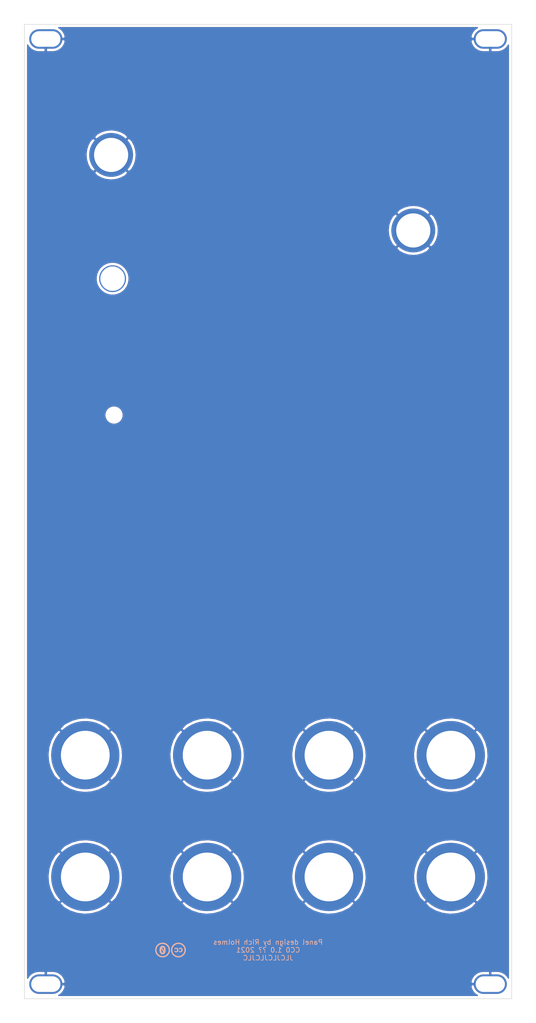
<source format=kicad_pcb>
(kicad_pcb (version 20211014) (generator pcbnew)
  (layers (0 "F.Cu" signal) (31 "B.Cu" signal) (34 "B.Paste" user) (35 "F.Paste" user) (36 "B.SilkS" user "B.Silkscreen") (37 "F.SilkS" user "F.Silkscreen") (38 "B.Mask" user) (39 "F.Mask" user) (44 "Edge.Cuts" user))
  (net 0 "")
  (net 1 "GND")
  (footprint "Kosmo_panel:Kosmo_Panel_Dual_Slotted_Mounting_Holes" (layer "F.Cu") (at 113.1 10.6 180)
    (fp_text reference "H14" hide)
    (fp_text value "Panel")
    (pad "1" thru_hole oval locked (at 1.4 0 180) (size 6.8 4) (drill oval 6 3.2) (layers *.Cu *.Mask) (net 1 "GND"))
    (pad "1" thru_hole oval locked (at 1.4 -194 180) (size 6.8 4) (drill oval 6 3.2) (layers *.Cu *.Mask) (net 1 "GND"))
  )
  (footprint "Kosmo_panel:Kosmo_Trimmer_Pot_Hole" (layer "F.Cu") (at 34.5 87.8)
    (fp_text reference "H12" hide)
    (fp_text value "Trimmer_Hole")
    (pad "" np_thru_hole circle locked (at 0 0) (size 2.5 2.5) (drill 2.5) (layers *.Mask "F.Cu"))
  )
  (footprint "Kosmo_panel:Kosmo_Switch_Hole" (layer "F.Cu") (at 33.9 34.4)
    (fp_text reference "H9" hide)
    (fp_text value "Switch_Hole")
    (pad "1" thru_hole circle locked (at 0 0) (size 9 9) (drill 7) (layers *.Cu *.Mask) (net 1 "GND"))
  )
  (footprint "Kosmo_panel:Kosmo_Pot_Hole" (layer "F.Cu") (at 95.9 49.9)
    (fp_text reference "H10" hide)
    (fp_text value "Pot_Hole")
    (pad "1" thru_hole circle locked (at 0 0) (size 9 9) (drill 7) (layers *.Cu *.Mask) (net 1 "GND"))
  )
  (footprint "Kosmo_panel:Kosmo_Jack_Hole" (layer "F.Cu") (at 28.6 157.6)
    (fp_text reference "H1" hide)
    (fp_text value "Jack_Hole")
    (pad "1" thru_hole circle locked (at 0 0) (size 14 14) (drill 10) (layers *.Cu *.Mask) (net 1 "GND"))
  )
  (footprint "Kosmo_panel:Kosmo_Panel_Dual_Slotted_Mounting_Holes" (layer "F.Cu") (at 19.1 204.6)
    (fp_text reference "H11" hide)
    (fp_text value "Panel")
    (pad "1" thru_hole oval locked (at 1.4 0) (size 6.8 4) (drill oval 6 3.2) (layers *.Cu *.Mask) (net 1 "GND"))
    (pad "1" thru_hole oval locked (at 1.4 -194) (size 6.8 4) (drill oval 6 3.2) (layers *.Cu *.Mask) (net 1 "GND"))
  )
  (footprint "Kosmo_panel:Kosmo_LED_Hole" (layer "F.Cu") (at 34.2 59.8)
    (fp_text reference "H13" hide)
    (fp_text value "Led_Hole")
    (pad "1" thru_hole circle locked (at 0 0) (size 5.5 5.5) (drill 5) (layers *.Cu *.Mask))
  )
  (footprint "Kosmo_panel:Kosmo_Jack_Hole" (layer "F.Cu") (at 28.6 182.6)
    (fp_text reference "H2" hide)
    (fp_text value "Jack_Hole")
    (pad "1" thru_hole circle locked (at 0 0) (size 14 14) (drill 10) (layers *.Cu *.Mask) (net 1 "GND"))
  )
  (footprint "Kosmo_panel:Kosmo_Jack_Hole" (layer "F.Cu") (at 53.6 157.6)
    (fp_text reference "H3" hide)
    (fp_text value "Jack_Hole")
    (pad "1" thru_hole circle locked (at 0 0) (size 14 14) (drill 10) (layers *.Cu *.Mask) (net 1 "GND"))
  )
  (footprint "Kosmo_panel:Kosmo_Jack_Hole" (layer "F.Cu") (at 53.6 182.6)
    (fp_text reference "H4" hide)
    (fp_text value "Jack_Hole")
    (pad "1" thru_hole circle locked (at 0 0) (size 14 14) (drill 10) (layers *.Cu *.Mask) (net 1 "GND"))
  )
  (footprint "Kosmo_panel:Kosmo_Jack_Hole" (layer "F.Cu") (at 78.6 157.6)
    (fp_text reference "H5" hide)
    (fp_text value "Jack_Hole")
    (pad "1" thru_hole circle locked (at 0 0) (size 14 14) (drill 10) (layers *.Cu *.Mask) (net 1 "GND"))
  )
  (footprint "Kosmo_panel:Kosmo_Jack_Hole" (layer "F.Cu") (at 78.6 182.6)
    (fp_text reference "H6" hide)
    (fp_text value "Jack_Hole")
    (pad "1" thru_hole circle locked (at 0 0) (size 14 14) (drill 10) (layers *.Cu *.Mask) (net 1 "GND"))
  )
  (footprint "Kosmo_panel:Kosmo_Jack_Hole" (layer "F.Cu") (at 103.6 157.6)
    (fp_text reference "H7" hide)
    (fp_text value "Jack_Hole")
    (pad "1" thru_hole circle locked (at 0 0) (size 14 14) (drill 10) (layers *.Cu *.Mask) (net 1 "GND"))
  )
  (footprint "Kosmo_panel:Kosmo_Jack_Hole" (layer "F.Cu") (at 103.6 182.6)
    (fp_text reference "H8" hide)
    (fp_text value "Jack_Hole")
    (pad "1" thru_hole circle locked (at 0 0) (size 14 14) (drill 10) (layers *.Cu *.Mask) (net 1 "GND"))
  )
  (footprint "ao_tht:CC0_logo" (layer "B.Cu") (at 46.1 197.6 180)
    (fp_text reference "GRAF3" hide)
    (fp_text value "CC0 logo" hide)
    (fp_poly (pts (xy 1.718811 0.866259) (xy 1.783433 0.858563) (xy 1.8415 0.840803) (xy 1.900438 0.814116) (xy 2.015396 0.738004) (xy 2.107653 0.63303) (xy 2.177998 0.497849) (xy 2.227221 0.331117) (xy 2.24543 0.226536) (xy 2.261732 0.072822) (xy 2.263518 -0.063482) (xy 2.250516 -0.201356) (xy 2.238221 -0.277732) (xy 2.1934 -0.451964) (xy 2.126711 -0.598191) (xy 2.039491 -0.714342) (xy 1.933076 -0.798346) (xy 1.887208 -0.821706) (xy 1.794059 -0.850276) (xy 1.681724 -0.866619) (xy 1.568671 -0.868967) (xy 1.490717 -0.859705) (xy 1.4154 -0.839781) (xy 1.353805 -0.811095) (xy 1.290906 -0.765485) (xy 1.247215 -0.727434) (xy 1.157059 -0.622255) (xy 1.089193 -0.48908) (xy 1.07861 -0.451694) (xy 1.484923 -0.451694) (xy 1.501634 -0.498731) (xy 1.545315 -0.530658) (xy 1.606292 -0.545931) (xy 1.674889 -0.543004) (xy 1.741429 -0.520334) (xy 1.774755 -0.497962) (xy 1.816901 -0.448793) (xy 1.854205 -0.382909) (xy 1.864849 -0.356308) (xy 1.88411 -0.277223) (xy 1.89875 -0.173359) (xy 1.907803 -0.058843) (xy 1.910303 0.052198) (xy 1.905284 0.145638) (xy 1.901108 0.174111) (xy 1.884973 0.260298) (xy 1.684948 -0.083738) (xy 1.624344 -0.189104) (xy 1.571119 -0.283798) (xy 1.52824 -0.362368) (xy 1.498669 -0.41936) (xy 1.485371 -0.449321) (xy 1.484923 -0.451694) (xy 1.07861 -0.451694) (xy 1.043164 -0.326483) (xy 1.01852 -0.133041) (xy 1.015195 -0.034984) (xy 1.361854 -0.034984) (xy 1.363815 -0.095716) (xy 1.365833 -0.141666) (xy 1.368582 -0.174212) (xy 1.374422 -0.190645) (xy 1.385712 -0.188254) (xy 1.404811 -0.16433) (xy 1.434079 -0.116164) (xy 1.475876 -0.041045) (xy 1.532562 0.063737) (xy 1.581079 0.153804) (xy 1.640141 0.264381) (xy 1.682165 0.346344) (xy 1.709345 0.405094) (xy 1.723875 0.446033) (xy 1.727947 0.474566) (xy 1.723754 0.496092) (xy 1.721855 0.500611) (xy 1.68592 0.536803) (xy 1.627827 0.547355) (xy 1.555436 0.531648) (xy 1.521317 0.516383) (xy 1.464215 0.465864) (xy 1.418724 0.381603) (xy 1.385837 0.267465) (xy 1.366549 0.127314) (xy 1.361854 -0.034984) (xy 1.015195 -0.034984) (xy 1.013762 0.007269) (xy 1.024688 0.220322) (xy 1.059279 0.402862) (xy 1.117786 0.555661) (xy 1.200462 0.679494) (xy 1.248508 0.728604) (xy 1.333991 0.795416) (xy 1.420481 0.837758) (xy 1.520566 0.860181) (xy 1.631461 0.867075) (xy 1.718811 0.866259)) (layer "B.SilkS") (width 0.01) (fill solid))
    (fp_poly (pts (xy 1.937449 1.488413) (xy 2.165128 1.427681) (xy 2.377239 1.336055) (xy 2.447398 1.296292) (xy 2.555932 1.219221) (xy 2.671208 1.118507) (xy 2.782641 1.004866) (xy 2.879647 0.889018) (xy 2.946112 0.791308) (xy 3.045923 0.585001) (xy 3.11415 0.364759) (xy 3.150694 0.136541) (xy 3.155457 -0.093698) (xy 3.12834 -0.32) (xy 3.069247 -0.536409) (xy 2.978077 -0.736967) (xy 2.971503 -0.748509) (xy 2.84694 -0.927855) (xy 2.691596 -1.091903) (xy 2.512465 -1.235367) (xy 2.316538 -1.352963) (xy 2.110807 -1.439403) (xy 2.023637 -1.465024) (xy 1.893912 -1.490687) (xy 1.748397 -1.507309) (xy 1.602282 -1.513928) (xy 1.470755 -1.509587) (xy 1.417299 -1.503333) (xy 1.177964 -1.446757) (xy 0.951186 -1.353934) (xy 0.741335 -1.2268) (xy 0.669682 -1.172122) (xy 0.498435 -1.00945) (xy 0.35804 -0.826151) (xy 0.249021 -0.626239) (xy 0.171902 -0.41373) (xy 0.127209 -0.192639) (xy 0.118984 -0.034606) (xy 0.380802 -0.034606) (xy 0.405936 -0.245751) (xy 0.467321 -0.45069) (xy 0.551733 -0.623249) (xy 0.614924 -0.713441) (xy 0.701005 -0.813314) (xy 0.799428 -0.912322) (xy 0.89965 -0.99992) (xy 0.991124 -1.065561) (xy 0.998443 -1.069958) (xy 1.196064 -1.164254) (xy 1.404843 -1.221992) (xy 1.620757 -1.242623) (xy 1.839786 -1.225598) (xy 1.956747 -1.200863) (xy 2.127697 -1.140458) (xy 2.297418 -1.051041) (xy 2.454712 -0.939843) (xy 2.588382 -0.814097) (xy 2.627915 -0.767478) (xy 2.745701 -0.589023) (xy 2.828533 -0.398686) (xy 2.877095 -0.20062) (xy 2.892068 0.001025) (xy 2.874137 0.202096) (xy 2.823983 0.398442) (xy 2.74229 0.585911) (xy 2.629741 0.760353) (xy 2.487017 0.917615) (xy 2.330082 1.043259) (xy 2.149405 1.143654) (xy 1.952948 1.211144) (xy 1.746545 1.245378) (xy 1.536028 1.246007) (xy 1.327231 1.212681) (xy 1.125987 1.14505) (xy 1.069661 1.118866) (xy 0.925853 1.029542) (xy 0.786385 0.909758) (xy 0.658542 0.768022) (xy 0.54961 0.61284) (xy 0.466877 0.452718) (xy 0.441544 0.385589) (xy 0.392483 0.177567) (xy 0.380802 -0.034606) (xy 0.118984 -0.034606) (xy 0.115464 0.033018) (xy 0.137192 0.259228) (xy 0.192918 0.481975) (xy 0.283167 0.697244) (xy 0.400416 0.889849) (xy 0.528616 1.042922) (xy 0.682877 1.183446) (xy 0.854449 1.305304) (xy 1.034582 1.402374) (xy 1.214524 1.46854) (xy 1.236086 1.474212) (xy 1.465421 1.512781) (xy 1.701711 1.517147) (xy 1.937449 1.488413)) (layer "B.SilkS") (width 0.01) (fill solid))
    (fp_poly (pts (xy -1.885462 0.447357) (xy -1.80796 0.416229) (xy -1.734173 0.37) (xy -1.677964 0.318156) (xy -1.661191 0.293865) (xy -1.654405 0.269539) (xy -1.668257 0.247419) (xy -1.709064 0.219701) (xy -1.731679 0.206789) (xy -1.821809 0.156415) (xy -1.888507 0.214977) (xy -1.960737 0.261481) (xy -2.032889 0.270561) (xy -2.108372 0.245153) (xy -2.162338 0.200425) (xy -2.19441 0.131222) (xy -2.205949 0.03361) (xy -2.20416 -0.031687) (xy -2.197588 -0.10471) (xy -2.185977 -0.152001) (xy -2.164231 -0.186901) (xy -2.133179 -0.217499) (xy -2.057933 -0.264544) (xy -1.981404 -0.272549) (xy -1.903904 -0.241518) (xy -1.867775 -0.213928) (xy -1.799883 -0.154317) (xy -1.720557 -0.194786) (xy -1.673096 -0.222496) (xy -1.644755 -0.245796) (xy -1.641231 -0.252736) (xy -1.654834 -0.274078) (xy -1.690081 -0.311448) (xy -1.727998 -0.346592) (xy -1.841914 -0.423137) (xy -1.965441 -0.462801) (xy -2.094244 -0.464942) (xy -2.223988 -0.428916) (xy -2.238695 -0.422334) (xy -2.345027 -0.354034) (xy -2.420464 -0.262318) (xy -2.465242 -0.146736) (xy -2.479597 -0.006835) (xy -2.478269 0.035499) (xy -2.468911 0.125283) (xy -2.449251 0.195064) (xy -2.413931 0.263602) (xy -2.412411 0.266102) (xy -2.33328 0.360131) (xy -2.230981 0.425953) (xy -2.111332 0.461567) (xy -1.980151 0.46497) (xy -1.885462 0.447357)) (layer "B.SilkS") (width 0.01) (fill solid))
    (fp_poly (pts (xy -1.01024 0.448053) (xy -0.908378 0.40803) (xy -0.825953 0.349289) (xy -0.779557 0.289126) (xy -0.775227 0.265623) (xy -0.793686 0.241428) (xy -0.840859 0.209511) (xy -0.852388 0.202677) (xy -0.906758 0.17294) (xy -0.938765 0.163009) (xy -0.958361 0.17072) (xy -0.964922 0.178217) (xy -1.013678 0.224964) (xy -1.073913 0.260146) (xy -1.12689 0.273539) (xy -1.208245 0.256466) (xy -1.27031 0.207135) (xy -1.310986 0.128382) (xy -1.328177 0.023042) (xy -1.328616 0.000962) (xy -1.315565 -0.10452) (xy -1.279697 -0.187197) (xy -1.225937 -0.243996) (xy -1.159213 -0.271845) (xy -1.084451 -0.267673) (xy -1.006578 -0.228406) (xy -0.986663 -0.212275) (xy -0.916888 -0.151013) (xy -0.839444 -0.185935) (xy -0.79209 -0.212301) (xy -0.764706 -0.237249) (xy -0.762 -0.244709) (xy -0.777365 -0.276272) (xy -0.817095 -0.319399) (xy -0.871639 -0.366241) (xy -0.931448 -0.408947) (xy -0.986973 -0.43967) (xy -1.00907 -0.447792) (xy -1.148419 -0.468493) (xy -1.280352 -0.450937) (xy -1.363723 -0.418395) (xy -1.467214 -0.346141) (xy -1.542881 -0.248191) (xy -1.588536 -0.128345) (xy -1.602154 -0.004694) (xy -1.585124 0.126514) (xy -1.536905 0.245772) (xy -1.4618 0.345922) (xy -1.364117 0.419804) (xy -1.339475 0.432072) (xy -1.235087 0.462447) (xy -1.122242 0.466983) (xy -1.01024 0.448053)) (layer "B.SilkS") (width 0.01) (fill solid))
    (fp_poly (pts (xy -1.345762 1.496705) (xy -1.119275 1.439275) (xy -0.906042 1.349139) (xy -0.709636 1.228177) (xy -0.533628 1.078271) (xy -0.381589 0.901304) (xy -0.257089 0.699156) (xy -0.244249 0.673459) (xy -0.193712 0.562705) (xy -0.156951 0.461868) (xy -0.131999 0.360933) (xy -0.116892 0.249886) (xy -0.109665 0.118713) (xy -0.108257 -0.019538) (xy -0.109141 -0.139418) (xy -0.111786 -0.22955) (xy -0.117274 -0.299255) (xy -0.126685 -0.357855) (xy -0.141101 -0.414672) (xy -0.161488 -0.478692) (xy -0.25232 -0.689619) (xy -0.376092 -0.885212) (xy -0.528345 -1.061404) (xy -0.704617 -1.214128) (xy -0.90045 -1.339317) (xy -1.111382 -1.432904) (xy -1.253751 -1.474692) (xy -1.376333 -1.496312) (xy -1.517661 -1.509844) (xy -1.661804 -1.51454) (xy -1.792831 -1.50965) (xy -1.852036 -1.502835) (xy -2.065147 -1.451615) (xy -2.27496 -1.365903) (xy -2.472932 -1.249928) (xy -2.650519 -1.107922) (xy -2.651575 -1.106935) (xy -2.818861 -0.925473) (xy -2.952401 -0.726943) (xy -3.051194 -0.51425) (xy -3.114239 -0.290302) (xy -3.140535 -0.058003) (xy -3.137084 0.013629) (xy -2.862601 0.013629) (xy -2.860389 -0.11978) (xy -2.848612 -0.238052) (xy -2.834995 -0.302846) (xy -2.76038 -0.500843) (xy -2.653427 -0.685299) (xy -2.518836 -0.850554) (xy -2.361307 -0.990947) (xy -2.185539 -1.100816) (xy -2.16364 -1.111586) (xy -2.076119 -1.149895) (xy -1.986608 -1.18332) (xy -1.911196 -1.20599) (xy -1.895231 -1.209527) (xy -1.827822 -1.222939) (xy -1.771304 -1.234585) (xy -1.748692 -1.239505) (xy -1.699174 -1.244004) (xy -1.623233 -1.243264) (xy -1.533045 -1.238131) (xy -1.440787 -1.229448) (xy -1.358637 -1.218062) (xy -1.315852 -1.209472) (xy -1.145852 -1.152534) (xy -0.976986 -1.06724) (xy -0.819642 -0.960299) (xy -0.684202 -0.838415) (xy -0.614407 -0.756457) (xy -0.512259 -0.606814) (xy -0.439983 -0.465157) (xy -0.393839 -0.320154) (xy -0.370085 -0.160468) (xy -0.364724 0) (xy -0.366764 0.109115) (xy -0.372805 0.192678) (xy -0.384761 0.264156) (xy -0.404547 0.33702) (xy -0.418866 0.380813) (xy -0.509318 0.589261) (xy -0.630477 0.774366) (xy -0.780224 0.93399) (xy -0.956439 1.06599) (xy -1.157005 1.168227) (xy -1.223114 1.193304) (xy -1.334844 1.221816) (xy -1.470736 1.240097) (xy -1.617025 1.247316) (xy -1.759944 1.242644) (xy -1.853669 1.231343) (xy -2.041649 1.180435) (xy -2.221627 1.094685) (xy -2.389038 0.978174) (xy -2.539315 0.834985) (xy -2.667892 0.6692) (xy -2.770203 0.484902) (xy -2.815676 0.371231) (xy -2.839862 0.272479) (xy -2.855631 0.14883) (xy -2.862601 0.013629) (xy -3.137084 0.013629) (xy -3.12908 0.179741) (xy -3.118648 0.248748) (xy -3.060541 0.481714) (xy -2.970059 0.695081) (xy -2.845439 0.892109) (xy -2.684913 1.07606) (xy -2.655132 1.105115) (xy -2.474249 1.256065) (xy -2.283837 1.370769) (xy -2.078478 1.451842) (xy -1.852752 1.501896) (xy -1.824219 1.505919) (xy -1.581934 1.519547) (xy -1.345762 1.496705)) (layer "B.SilkS") (width 0.01) (fill solid))
  )
  (gr_line (start 16.1 207.6) (end 116.1 207.6) (layer "Edge.Cuts") (width 0.1))
  (gr_line (start 116.1 7.6) (end 16.1 7.6) (layer "Edge.Cuts") (width 0.1))
  (gr_line (start 16.1 7.6) (end 16.1 207.6) (layer "Edge.Cuts") (width 0.1))
  (gr_line (start 116.1 207.6) (end 116.1 7.6) (layer "Edge.Cuts") (width 0.1))
  (gr_text "Panel design by Rich Holmes\nCC0 1.0 ?? 2021\nJLCJLCJLCJLC" (at 66.1 197.6) (layer "B.SilkS") (effects (font (size 1 1)) (justify mirror)))
  (zone (net 1) (net_name "GND") (layer "F.Cu") (connect_pads (clearance 0.508)) (min_thickness 0.254) (fill yes (thermal_gap 0.508) (thermal_bridge_width 0.508))
    (polygon (pts (xy 121.1 212.6) (xy 11.1 212.6) (xy 11.1 2.6) (xy 121.1 2.6)))
  )
  (zone (net 1) (net_name "GND") (layer "B.Cu") (connect_pads (clearance 0.508)) (min_thickness 0.254) (fill yes (thermal_gap 0.508) (thermal_bridge_width 0.508))
    (polygon (pts (xy 121.1 212.6) (xy 11.1 212.6) (xy 11.1 2.6) (xy 121.1 2.6)))
  )
)
</source>
